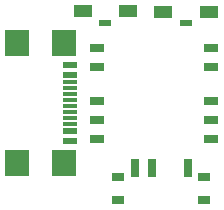
<source format=gbr>
%TF.GenerationSoftware,KiCad,Pcbnew,8.0.0*%
%TF.CreationDate,2024-03-12T22:02:48+01:00*%
%TF.ProjectId,projet s6,70726f6a-6574-4207-9336-2e6b69636164,rev?*%
%TF.SameCoordinates,Original*%
%TF.FileFunction,Paste,Bot*%
%TF.FilePolarity,Positive*%
%FSLAX46Y46*%
G04 Gerber Fmt 4.6, Leading zero omitted, Abs format (unit mm)*
G04 Created by KiCad (PCBNEW 8.0.0) date 2024-03-12 22:02:48*
%MOMM*%
%LPD*%
G01*
G04 APERTURE LIST*
%ADD10R,1.100000X0.500000*%
%ADD11R,1.650000X1.050000*%
%ADD12R,1.200000X0.800000*%
%ADD13R,0.700000X1.600000*%
%ADD14R,0.700000X1.500000*%
%ADD15R,1.000000X0.800000*%
%ADD16R,1.150000X0.600000*%
%ADD17R,1.150000X0.300000*%
%ADD18R,2.000000X2.180000*%
G04 APERTURE END LIST*
D10*
%TO.C,SW1*%
X189225000Y-68415000D03*
D11*
X187300000Y-67440000D03*
X191150000Y-67440000D03*
%TD*%
D12*
%TO.C,PA1010D1*%
X191340000Y-70500000D03*
X191340000Y-72100000D03*
X191340000Y-75000000D03*
X191340000Y-76600000D03*
X191340000Y-78200000D03*
X181640000Y-78200000D03*
X181640000Y-76600000D03*
X181640000Y-75000000D03*
X181640000Y-72100000D03*
X181640000Y-70500000D03*
%TD*%
D13*
%TO.C,SW6*%
X184865000Y-80667500D03*
D14*
X186365000Y-80667500D03*
X189365000Y-80667500D03*
D15*
X190765000Y-83382500D03*
X190765000Y-81452500D03*
X183465000Y-83382500D03*
X183465000Y-81452500D03*
%TD*%
D10*
%TO.C,SW2*%
X182375000Y-68365000D03*
D11*
X180450000Y-67390000D03*
X184300000Y-67390000D03*
%TD*%
D16*
%TO.C,J1*%
X179420000Y-78355000D03*
X179420000Y-71955000D03*
X179420000Y-77555000D03*
X179420000Y-72755000D03*
D17*
X179420000Y-76405000D03*
X179420000Y-75405000D03*
X179420000Y-74905000D03*
X179420000Y-73905000D03*
X179420000Y-73405000D03*
X179420000Y-74405000D03*
X179420000Y-75905000D03*
X179420000Y-76905000D03*
D18*
X174915000Y-80265000D03*
X178845000Y-80265000D03*
X174915000Y-70045000D03*
X178845000Y-70045000D03*
%TD*%
M02*

</source>
